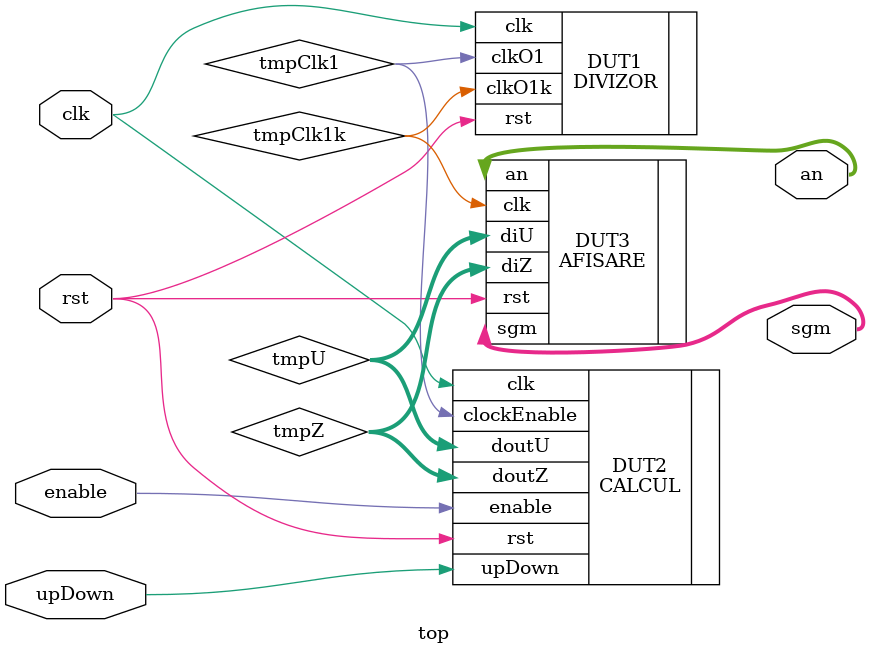
<source format=v>
`timescale 1ns / 1ps


module top(
    input upDown,enable,clk,
    input rst,
    output [3:0]an,
    output [7:0]sgm
    );
    
    wire tmpClk1,tmpClk1k;
    wire [3:0]tmpZ,tmpU;
    
    DIVIZOR DUT1(
        .clk(clk),
        .rst(rst),
        .clkO1(tmpClk1),
        .clkO1k(tmpClk1k)
    ); 
    
        CALCUL DUT2(
            .upDown(upDown),
            .enable(enable),
            .clk(clk),
            .clockEnable(tmpClk1),
            .rst(rst),
            .doutZ(tmpZ),
            .doutU(tmpU)
        );
        
        AFISARE DUT3(
            .clk(tmpClk1k),
            .diZ(tmpZ),
            .diU(tmpU),
            .an(an),
            .sgm(sgm),
            .rst(rst)
        );
    
    
    
    
    
    
    
    
    
    
    
    
endmodule
</source>
